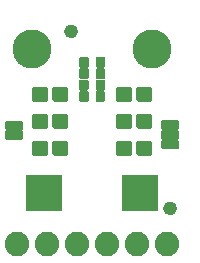
<source format=gts>
%TF.GenerationSoftware,KiCad,Pcbnew,5.1.8-db9833491~88~ubuntu20.04.1*%
%TF.CreationDate,2020-12-19T13:22:12+05:30*%
%TF.ProjectId,SparkFun_APDS-9960_RGB_and_Gesture_Sensor,53706172-6b46-4756-9e5f-415044532d39,rev?*%
%TF.SameCoordinates,Original*%
%TF.FileFunction,Soldermask,Top*%
%TF.FilePolarity,Negative*%
%FSLAX46Y46*%
G04 Gerber Fmt 4.6, Leading zero omitted, Abs format (unit mm)*
G04 Created by KiCad (PCBNEW 5.1.8-db9833491~88~ubuntu20.04.1) date 2020-12-19 13:22:12*
%MOMM*%
%LPD*%
G01*
G04 APERTURE LIST*
%ADD10R,3.048000X3.048000*%
%ADD11C,2.082800*%
%ADD12C,3.302000*%
G04 APERTURE END LIST*
%TO.C,SJ2*%
G36*
G01*
X128651000Y-86429000D02*
X127381000Y-86429000D01*
G75*
G02*
X127279400Y-86327400I0J101600D01*
G01*
X127279400Y-85692400D01*
G75*
G02*
X127381000Y-85590800I101600J0D01*
G01*
X128651000Y-85590800D01*
G75*
G02*
X128752600Y-85692400I0J-101600D01*
G01*
X128752600Y-86327400D01*
G75*
G02*
X128651000Y-86429000I-101600J0D01*
G01*
G37*
G36*
G01*
X128651000Y-85605200D02*
X127381000Y-85605200D01*
G75*
G02*
X127279400Y-85503600I0J101600D01*
G01*
X127279400Y-84868600D01*
G75*
G02*
X127381000Y-84767000I101600J0D01*
G01*
X128651000Y-84767000D01*
G75*
G02*
X128752600Y-84868600I0J-101600D01*
G01*
X128752600Y-85503600D01*
G75*
G02*
X128651000Y-85605200I-101600J0D01*
G01*
G37*
%TD*%
%TO.C,U1*%
G36*
G01*
X134918400Y-80185000D02*
X134918400Y-79465000D01*
G75*
G02*
X135020000Y-79363400I101600J0D01*
G01*
X135620000Y-79363400D01*
G75*
G02*
X135721600Y-79465000I0J-101600D01*
G01*
X135721600Y-80185000D01*
G75*
G02*
X135620000Y-80286600I-101600J0D01*
G01*
X135020000Y-80286600D01*
G75*
G02*
X134918400Y-80185000I0J101600D01*
G01*
G37*
G36*
G01*
X134918400Y-81155000D02*
X134918400Y-80435000D01*
G75*
G02*
X135020000Y-80333400I101600J0D01*
G01*
X135620000Y-80333400D01*
G75*
G02*
X135721600Y-80435000I0J-101600D01*
G01*
X135721600Y-81155000D01*
G75*
G02*
X135620000Y-81256600I-101600J0D01*
G01*
X135020000Y-81256600D01*
G75*
G02*
X134918400Y-81155000I0J101600D01*
G01*
G37*
G36*
G01*
X134918400Y-82125000D02*
X134918400Y-81405000D01*
G75*
G02*
X135020000Y-81303400I101600J0D01*
G01*
X135620000Y-81303400D01*
G75*
G02*
X135721600Y-81405000I0J-101600D01*
G01*
X135721600Y-82125000D01*
G75*
G02*
X135620000Y-82226600I-101600J0D01*
G01*
X135020000Y-82226600D01*
G75*
G02*
X134918400Y-82125000I0J101600D01*
G01*
G37*
G36*
G01*
X134918400Y-83095000D02*
X134918400Y-82375000D01*
G75*
G02*
X135020000Y-82273400I101600J0D01*
G01*
X135620000Y-82273400D01*
G75*
G02*
X135721600Y-82375000I0J-101600D01*
G01*
X135721600Y-83095000D01*
G75*
G02*
X135620000Y-83196600I-101600J0D01*
G01*
X135020000Y-83196600D01*
G75*
G02*
X134918400Y-83095000I0J101600D01*
G01*
G37*
G36*
G01*
X133518400Y-83095000D02*
X133518400Y-82375000D01*
G75*
G02*
X133620000Y-82273400I101600J0D01*
G01*
X134220000Y-82273400D01*
G75*
G02*
X134321600Y-82375000I0J-101600D01*
G01*
X134321600Y-83095000D01*
G75*
G02*
X134220000Y-83196600I-101600J0D01*
G01*
X133620000Y-83196600D01*
G75*
G02*
X133518400Y-83095000I0J101600D01*
G01*
G37*
G36*
G01*
X133518400Y-82125000D02*
X133518400Y-81405000D01*
G75*
G02*
X133620000Y-81303400I101600J0D01*
G01*
X134220000Y-81303400D01*
G75*
G02*
X134321600Y-81405000I0J-101600D01*
G01*
X134321600Y-82125000D01*
G75*
G02*
X134220000Y-82226600I-101600J0D01*
G01*
X133620000Y-82226600D01*
G75*
G02*
X133518400Y-82125000I0J101600D01*
G01*
G37*
G36*
G01*
X133518400Y-81155000D02*
X133518400Y-80435000D01*
G75*
G02*
X133620000Y-80333400I101600J0D01*
G01*
X134220000Y-80333400D01*
G75*
G02*
X134321600Y-80435000I0J-101600D01*
G01*
X134321600Y-81155000D01*
G75*
G02*
X134220000Y-81256600I-101600J0D01*
G01*
X133620000Y-81256600D01*
G75*
G02*
X133518400Y-81155000I0J101600D01*
G01*
G37*
G36*
G01*
X133518400Y-80185000D02*
X133518400Y-79465000D01*
G75*
G02*
X133620000Y-79363400I101600J0D01*
G01*
X134220000Y-79363400D01*
G75*
G02*
X134321600Y-79465000I0J-101600D01*
G01*
X134321600Y-80185000D01*
G75*
G02*
X134220000Y-80286600I-101600J0D01*
G01*
X133620000Y-80286600D01*
G75*
G02*
X133518400Y-80185000I0J101600D01*
G01*
G37*
%TD*%
D10*
%TO.C,C1*%
X138684000Y-90932000D03*
X130556000Y-90932000D03*
%TD*%
%TO.C,C2*%
G36*
G01*
X130865600Y-86621999D02*
X130865600Y-87622001D01*
G75*
G02*
X130764001Y-87723600I-101599J0D01*
G01*
X129663999Y-87723600D01*
G75*
G02*
X129562400Y-87622001I0J101599D01*
G01*
X129562400Y-86621999D01*
G75*
G02*
X129663999Y-86520400I101599J0D01*
G01*
X130764001Y-86520400D01*
G75*
G02*
X130865600Y-86621999I0J-101599D01*
G01*
G37*
G36*
G01*
X132565600Y-86621999D02*
X132565600Y-87622001D01*
G75*
G02*
X132464001Y-87723600I-101599J0D01*
G01*
X131363999Y-87723600D01*
G75*
G02*
X131262400Y-87622001I0J101599D01*
G01*
X131262400Y-86621999D01*
G75*
G02*
X131363999Y-86520400I101599J0D01*
G01*
X132464001Y-86520400D01*
G75*
G02*
X132565600Y-86621999I0J-101599D01*
G01*
G37*
%TD*%
%TO.C,C3*%
G36*
G01*
X131262400Y-83050001D02*
X131262400Y-82049999D01*
G75*
G02*
X131363999Y-81948400I101599J0D01*
G01*
X132464001Y-81948400D01*
G75*
G02*
X132565600Y-82049999I0J-101599D01*
G01*
X132565600Y-83050001D01*
G75*
G02*
X132464001Y-83151600I-101599J0D01*
G01*
X131363999Y-83151600D01*
G75*
G02*
X131262400Y-83050001I0J101599D01*
G01*
G37*
G36*
G01*
X129562400Y-83050001D02*
X129562400Y-82049999D01*
G75*
G02*
X129663999Y-81948400I101599J0D01*
G01*
X130764001Y-81948400D01*
G75*
G02*
X130865600Y-82049999I0J-101599D01*
G01*
X130865600Y-83050001D01*
G75*
G02*
X130764001Y-83151600I-101599J0D01*
G01*
X129663999Y-83151600D01*
G75*
G02*
X129562400Y-83050001I0J101599D01*
G01*
G37*
%TD*%
%TO.C,FID1*%
G36*
G01*
X140622400Y-92202000D02*
X140622400Y-92202000D01*
G75*
G02*
X141224000Y-91600400I601600J0D01*
G01*
X141224000Y-91600400D01*
G75*
G02*
X141825600Y-92202000I0J-601600D01*
G01*
X141825600Y-92202000D01*
G75*
G02*
X141224000Y-92803600I-601600J0D01*
G01*
X141224000Y-92803600D01*
G75*
G02*
X140622400Y-92202000I0J601600D01*
G01*
G37*
%TD*%
%TO.C,FID2*%
G36*
G01*
X132240400Y-77216000D02*
X132240400Y-77216000D01*
G75*
G02*
X132842000Y-76614400I601600J0D01*
G01*
X132842000Y-76614400D01*
G75*
G02*
X133443600Y-77216000I0J-601600D01*
G01*
X133443600Y-77216000D01*
G75*
G02*
X132842000Y-77817600I-601600J0D01*
G01*
X132842000Y-77817600D01*
G75*
G02*
X132240400Y-77216000I0J601600D01*
G01*
G37*
%TD*%
D11*
%TO.C,JP1*%
X140970000Y-95250000D03*
X138430000Y-95250000D03*
X135890000Y-95250000D03*
X133350000Y-95250000D03*
X130810000Y-95250000D03*
X128270000Y-95250000D03*
%TD*%
%TO.C,R1*%
G36*
G01*
X138374400Y-83050001D02*
X138374400Y-82049999D01*
G75*
G02*
X138475999Y-81948400I101599J0D01*
G01*
X139576001Y-81948400D01*
G75*
G02*
X139677600Y-82049999I0J-101599D01*
G01*
X139677600Y-83050001D01*
G75*
G02*
X139576001Y-83151600I-101599J0D01*
G01*
X138475999Y-83151600D01*
G75*
G02*
X138374400Y-83050001I0J101599D01*
G01*
G37*
G36*
G01*
X136674400Y-83050001D02*
X136674400Y-82049999D01*
G75*
G02*
X136775999Y-81948400I101599J0D01*
G01*
X137876001Y-81948400D01*
G75*
G02*
X137977600Y-82049999I0J-101599D01*
G01*
X137977600Y-83050001D01*
G75*
G02*
X137876001Y-83151600I-101599J0D01*
G01*
X136775999Y-83151600D01*
G75*
G02*
X136674400Y-83050001I0J101599D01*
G01*
G37*
%TD*%
%TO.C,R2*%
G36*
G01*
X138374400Y-85336001D02*
X138374400Y-84335999D01*
G75*
G02*
X138475999Y-84234400I101599J0D01*
G01*
X139576001Y-84234400D01*
G75*
G02*
X139677600Y-84335999I0J-101599D01*
G01*
X139677600Y-85336001D01*
G75*
G02*
X139576001Y-85437600I-101599J0D01*
G01*
X138475999Y-85437600D01*
G75*
G02*
X138374400Y-85336001I0J101599D01*
G01*
G37*
G36*
G01*
X136674400Y-85336001D02*
X136674400Y-84335999D01*
G75*
G02*
X136775999Y-84234400I101599J0D01*
G01*
X137876001Y-84234400D01*
G75*
G02*
X137977600Y-84335999I0J-101599D01*
G01*
X137977600Y-85336001D01*
G75*
G02*
X137876001Y-85437600I-101599J0D01*
G01*
X136775999Y-85437600D01*
G75*
G02*
X136674400Y-85336001I0J101599D01*
G01*
G37*
%TD*%
%TO.C,R3*%
G36*
G01*
X138374400Y-87622001D02*
X138374400Y-86621999D01*
G75*
G02*
X138475999Y-86520400I101599J0D01*
G01*
X139576001Y-86520400D01*
G75*
G02*
X139677600Y-86621999I0J-101599D01*
G01*
X139677600Y-87622001D01*
G75*
G02*
X139576001Y-87723600I-101599J0D01*
G01*
X138475999Y-87723600D01*
G75*
G02*
X138374400Y-87622001I0J101599D01*
G01*
G37*
G36*
G01*
X136674400Y-87622001D02*
X136674400Y-86621999D01*
G75*
G02*
X136775999Y-86520400I101599J0D01*
G01*
X137876001Y-86520400D01*
G75*
G02*
X137977600Y-86621999I0J-101599D01*
G01*
X137977600Y-87622001D01*
G75*
G02*
X137876001Y-87723600I-101599J0D01*
G01*
X136775999Y-87723600D01*
G75*
G02*
X136674400Y-87622001I0J101599D01*
G01*
G37*
%TD*%
%TO.C,R4*%
G36*
G01*
X130865600Y-84335999D02*
X130865600Y-85336001D01*
G75*
G02*
X130764001Y-85437600I-101599J0D01*
G01*
X129663999Y-85437600D01*
G75*
G02*
X129562400Y-85336001I0J101599D01*
G01*
X129562400Y-84335999D01*
G75*
G02*
X129663999Y-84234400I101599J0D01*
G01*
X130764001Y-84234400D01*
G75*
G02*
X130865600Y-84335999I0J-101599D01*
G01*
G37*
G36*
G01*
X132565600Y-84335999D02*
X132565600Y-85336001D01*
G75*
G02*
X132464001Y-85437600I-101599J0D01*
G01*
X131363999Y-85437600D01*
G75*
G02*
X131262400Y-85336001I0J101599D01*
G01*
X131262400Y-84335999D01*
G75*
G02*
X131363999Y-84234400I101599J0D01*
G01*
X132464001Y-84234400D01*
G75*
G02*
X132565600Y-84335999I0J-101599D01*
G01*
G37*
%TD*%
%TO.C,SJ1*%
G36*
G01*
X141859000Y-85585300D02*
X140589000Y-85585300D01*
G75*
G02*
X140487400Y-85483700I0J101600D01*
G01*
X140487400Y-84848700D01*
G75*
G02*
X140589000Y-84747100I101600J0D01*
G01*
X141859000Y-84747100D01*
G75*
G02*
X141960600Y-84848700I0J-101600D01*
G01*
X141960600Y-85483700D01*
G75*
G02*
X141859000Y-85585300I-101600J0D01*
G01*
G37*
G36*
G01*
X141859000Y-86398100D02*
X140589000Y-86398100D01*
G75*
G02*
X140487400Y-86296500I0J101600D01*
G01*
X140487400Y-85661500D01*
G75*
G02*
X140589000Y-85559900I101600J0D01*
G01*
X141859000Y-85559900D01*
G75*
G02*
X141960600Y-85661500I0J-101600D01*
G01*
X141960600Y-86296500D01*
G75*
G02*
X141859000Y-86398100I-101600J0D01*
G01*
G37*
G36*
G01*
X141859000Y-87210900D02*
X140589000Y-87210900D01*
G75*
G02*
X140487400Y-87109300I0J101600D01*
G01*
X140487400Y-86474300D01*
G75*
G02*
X140589000Y-86372700I101600J0D01*
G01*
X141859000Y-86372700D01*
G75*
G02*
X141960600Y-86474300I0J-101600D01*
G01*
X141960600Y-87109300D01*
G75*
G02*
X141859000Y-87210900I-101600J0D01*
G01*
G37*
%TD*%
D12*
%TO.C,STANDOFF1*%
X129540000Y-78740000D03*
%TD*%
%TO.C,STANDOFF2*%
X139700000Y-78740000D03*
%TD*%
M02*

</source>
